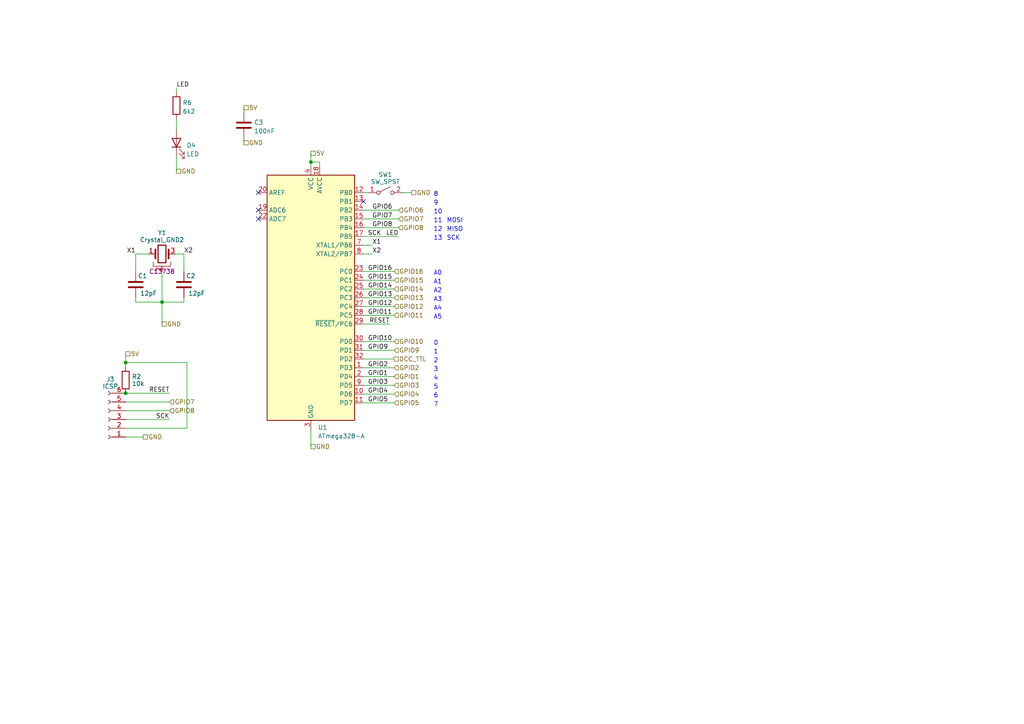
<source format=kicad_sch>
(kicad_sch (version 20230121) (generator eeschema)
  (paper "A4")
  (lib_symbols
    (symbol "Connector:Conn_01x06_Socket" (pin_names (offset 1.016) hide)
      (property "Reference" "J" (at 0 7.62 0))
      (property "Value" "Conn_01x06_Socket" (at 0 -10.16 0))
      (symbol "Conn_01x06_Socket_1_1"
        (arc (start 0 -7.112) (mid -0.5058 -7.62) (end 0 -8.128) (stroke (width 0.1524)))
        (arc (start 0 -4.572) (mid -0.5058 -5.08) (end 0 -5.588) (stroke (width 0.1524)))
        (arc (start 0 -2.032) (mid -0.5058 -2.54) (end 0 -3.048) (stroke (width 0.1524)))
        (polyline (pts (xy -1.27 -7.62) (xy -0.508 -7.62)) (stroke (width 0.1524)))
        (polyline (pts (xy -1.27 -5.08) (xy -0.508 -5.08)) (stroke (width 0.1524)))
        (polyline (pts (xy -1.27 -2.54) (xy -0.508 -2.54)) (stroke (width 0.1524)))
        (polyline (pts (xy -1.27 0) (xy -0.508 0)) (stroke (width 0.1524)))
        (polyline (pts (xy -1.27 2.54) (xy -0.508 2.54)) (stroke (width 0.1524)))
        (polyline (pts (xy -1.27 5.08) (xy -0.508 5.08)) (stroke (width 0.1524)))
        (arc (start 0 0.508) (mid -0.5058 0) (end 0 -0.508) (stroke (width 0.1524)))
        (arc (start 0 3.048) (mid -0.5058 2.54) (end 0 2.032) (stroke (width 0.1524)))
        (arc (start 0 5.588) (mid -0.5058 5.08) (end 0 4.572) (stroke (width 0.1524)))
        (pin passive line (at -5.08 5.08 0) (length 3.81) (name "Pin_1") (number "1"))
        (pin passive line (at -5.08 2.54 0) (length 3.81) (name "Pin_2") (number "2"))
        (pin passive line (at -5.08 0 0) (length 3.81) (name "Pin_3") (number "3"))
        (pin passive line (at -5.08 -2.54 0) (length 3.81) (name "Pin_4") (number "4"))
        (pin passive line (at -5.08 -5.08 0) (length 3.81) (name "Pin_5") (number "5"))
        (pin passive line (at -5.08 -7.62 0) (length 3.81) (name "Pin_6") (number "6"))
      )
    )
    (symbol "Device:C" (pin_numbers hide) (pin_names (offset 0.254))
      (property "Reference" "C" (at 0.635 2.54 0))
      (property "Value" "C" (at 0.635 -2.54 0))
      (symbol "C_0_1"
        (polyline (pts (xy -2.032 -0.762) (xy 2.032 -0.762)) (stroke (width 0.508)))
        (polyline (pts (xy -2.032 0.762) (xy 2.032 0.762)) (stroke (width 0.508)))
      )
      (symbol "C_1_1"
        (pin passive line (at 0 3.81 270) (length 2.794) (name "~") (number "1"))
        (pin passive line (at 0 -3.81 90) (length 2.794) (name "~") (number "2"))
      )
    )
    (symbol "Device:LED" (pin_numbers hide) (pin_names (offset 1.016) hide)
      (property "Reference" "D" (at 0 2.54 0))
      (property "Value" "LED" (at 0 -2.54 0))
      (symbol "LED_0_1"
        (polyline (pts (xy -1.27 -1.27) (xy -1.27 1.27)) (stroke (width 0.254)))
        (polyline (pts (xy -1.27 0) (xy 1.27 0)))
        (polyline (pts (xy 1.27 -1.27) (xy 1.27 1.27) (xy -1.27 0) (xy 1.27 -1.27)) (stroke (width 0.254)))
        (polyline (pts (xy -3.048 -0.762) (xy -4.572 -2.286) (xy -3.81 -2.286) (xy -4.572 -2.286) (xy -4.572 -1.524)))
        (polyline (pts (xy -1.778 -0.762) (xy -3.302 -2.286) (xy -2.54 -2.286) (xy -3.302 -2.286) (xy -3.302 -1.524)))
      )
      (symbol "LED_1_1"
        (pin passive line (at -3.81 0 0) (length 2.54) (name "K") (number "1"))
        (pin passive line (at 3.81 0 180) (length 2.54) (name "A") (number "2"))
      )
    )
    (symbol "Device:R" (pin_numbers hide) (pin_names (offset 0))
      (property "Reference" "R" (at 2.032 0 90))
      (property "Value" "R" (at 0 0 90))
      (symbol "R_0_1"
        (rectangle (start -1.016 -2.54) (end 1.016 2.54) (stroke (width 0.254)))
      )
      (symbol "R_1_1"
        (pin passive line (at 0 3.81 270) (length 1.27) (name "~") (number "1"))
        (pin passive line (at 0 -3.81 90) (length 1.27) (name "~") (number "2"))
      )
    )
    (symbol "MCU_Microchip_ATmega:ATmega328-A"
      (property "Reference" "U" (at -12.7 36.83 0))
      (property "Value" "ATmega328-A" (at 2.54 -36.83 0))
      (symbol "ATmega328-A_0_1"
        (rectangle (start -12.7 -35.56) (end 12.7 35.56) (stroke (width 0.254)) (fill (type background)))
      )
      (symbol "ATmega328-A_1_1"
        (pin bidirectional line (at 15.24 -20.32 180) (length 2.54) (name "PD3") (number "1"))
        (pin bidirectional line (at 15.24 -27.94 180) (length 2.54) (name "PD6") (number "10"))
        (pin bidirectional line (at 15.24 -30.48 180) (length 2.54) (name "PD7") (number "11"))
        (pin bidirectional line (at 15.24 30.48 180) (length 2.54) (name "PB0") (number "12"))
        (pin bidirectional line (at 15.24 27.94 180) (length 2.54) (name "PB1") (number "13"))
        (pin bidirectional line (at 15.24 25.4 180) (length 2.54) (name "PB2") (number "14"))
        (pin bidirectional line (at 15.24 22.86 180) (length 2.54) (name "PB3") (number "15"))
        (pin bidirectional line (at 15.24 20.32 180) (length 2.54) (name "PB4") (number "16"))
        (pin bidirectional line (at 15.24 17.78 180) (length 2.54) (name "PB5") (number "17"))
        (pin power_in line (at 2.54 38.1 270) (length 2.54) (name "AVCC") (number "18"))
        (pin input line (at -15.24 25.4 0) (length 2.54) (name "ADC6") (number "19"))
        (pin bidirectional line (at 15.24 -22.86 180) (length 2.54) (name "PD4") (number "2"))
        (pin passive line (at -15.24 30.48 0) (length 2.54) (name "AREF") (number "20"))
        (pin passive line (at 0 -38.1 90) (length 2.54) hide (name "GND") (number "21"))
        (pin input line (at -15.24 22.86 0) (length 2.54) (name "ADC7") (number "22"))
        (pin bidirectional line (at 15.24 7.62 180) (length 2.54) (name "PC0") (number "23"))
        (pin bidirectional line (at 15.24 5.08 180) (length 2.54) (name "PC1") (number "24"))
        (pin bidirectional line (at 15.24 2.54 180) (length 2.54) (name "PC2") (number "25"))
        (pin bidirectional line (at 15.24 0 180) (length 2.54) (name "PC3") (number "26"))
        (pin bidirectional line (at 15.24 -2.54 180) (length 2.54) (name "PC4") (number "27"))
        (pin bidirectional line (at 15.24 -5.08 180) (length 2.54) (name "PC5") (number "28"))
        (pin bidirectional line (at 15.24 -7.62 180) (length 2.54) (name "~{RESET}/PC6") (number "29"))
        (pin power_in line (at 0 -38.1 90) (length 2.54) (name "GND") (number "3"))
        (pin bidirectional line (at 15.24 -12.7 180) (length 2.54) (name "PD0") (number "30"))
        (pin bidirectional line (at 15.24 -15.24 180) (length 2.54) (name "PD1") (number "31"))
        (pin bidirectional line (at 15.24 -17.78 180) (length 2.54) (name "PD2") (number "32"))
        (pin power_in line (at 0 38.1 270) (length 2.54) (name "VCC") (number "4"))
        (pin passive line (at 0 -38.1 90) (length 2.54) hide (name "GND") (number "5"))
        (pin passive line (at 0 38.1 270) (length 2.54) hide (name "VCC") (number "6"))
        (pin bidirectional line (at 15.24 15.24 180) (length 2.54) (name "XTAL1/PB6") (number "7"))
        (pin bidirectional line (at 15.24 12.7 180) (length 2.54) (name "XTAL2/PB7") (number "8"))
        (pin bidirectional line (at 15.24 -25.4 180) (length 2.54) (name "PD5") (number "9"))
      )
    )
    (symbol "Switch:SW_SPST" (pin_names (offset 0) hide)
      (property "Reference" "SW" (at 0 3.175 0))
      (property "Value" "SW_SPST" (at 0 -2.54 0))
      (symbol "SW_SPST_0_0"
        (circle (center -2.032 0) (radius 0.508))
        (polyline (pts (xy -1.524 0.254) (xy 1.524 1.778)))
        (circle (center 2.032 0) (radius 0.508))
      )
      (symbol "SW_SPST_1_1"
        (pin passive line (at -5.08 0 0) (length 2.54) (name "A") (number "1"))
        (pin passive line (at 5.08 0 180) (length 2.54) (name "B") (number "2"))
      )
    )
    (symbol "custom_kicad_lib_sk:crystal_arduino" (pin_names (offset 1.016) hide)
      (property "Reference" "Y" (at 0 5.715 0))
      (property "Value" "Crystal_GND2" (at 0 3.81 0))
      (symbol "crystal_arduino_0_1"
        (rectangle (start -1.143 2.54) (end 1.143 -2.54) (stroke (width 0.3048)))
        (polyline (pts (xy -2.54 0) (xy -1.905 0)))
        (polyline (pts (xy -1.905 -1.27) (xy -1.905 1.27)) (stroke (width 0.508)))
        (polyline (pts (xy 0 -3.81) (xy 0 -3.556)))
        (polyline (pts (xy 1.905 0) (xy 2.54 0)))
        (polyline (pts (xy 1.905 1.27) (xy 1.905 -1.27)) (stroke (width 0.508)))
        (polyline (pts (xy -2.54 -2.286) (xy -2.54 -3.556) (xy 2.54 -3.556) (xy 2.54 -2.286)))
      )
      (symbol "crystal_arduino_1_1"
        (pin passive line (at -3.81 0 0) (length 1.27) (name "1") (number "1"))
        (pin passive line (at 0 -5.08 90) (length 1.27) (name "GND") (number "2"))
        (pin passive line (at 3.81 0 180) (length 1.27) (name "3") (number "3"))
        (pin passive line (at 0 -5.08 90) (length 1.27) hide (name "GND") (number "4"))
      )
    )
  )
  (junction (at 36.449 105.156))
  (junction (at 90.17 46.99))
  (junction (at 46.99 87.63))
  (junction (at 36.449 114.046))
  (no_connect (at 74.93 55.88))
  (no_connect (at 74.93 60.96))
  (no_connect (at 105.41 58.42))
  (no_connect (at 74.93 63.5))
  (wire (pts (xy 39.37 73.66) (xy 39.37 78.74)))
  (wire (pts (xy 105.41 55.88) (xy 106.68 55.88)))
  (wire (pts (xy 51.181 45.212) (xy 51.181 49.657)))
  (wire (pts (xy 90.17 124.46) (xy 90.17 129.54)))
  (wire (pts (xy 46.99 78.74) (xy 46.99 87.63)))
  (wire (pts (xy 36.449 119.126) (xy 49.149 119.126)))
  (wire (pts (xy 39.37 73.66) (xy 43.18 73.66)))
  (wire (pts (xy 114.3 86.36) (xy 105.41 86.36)))
  (wire (pts (xy 105.41 91.44) (xy 114.3 91.44)))
  (wire (pts (xy 53.34 86.36) (xy 53.34 87.63)))
  (wire (pts (xy 105.41 116.84) (xy 114.3 116.84)))
  (wire (pts (xy 53.34 73.66) (xy 53.34 78.74)))
  (wire (pts (xy 70.739 31.242) (xy 70.739 32.512)))
  (wire (pts (xy 105.41 83.82) (xy 114.3 83.82)))
  (wire (pts (xy 105.41 99.06) (xy 114.3 99.06)))
  (wire (pts (xy 53.34 87.63) (xy 46.99 87.63)))
  (wire (pts (xy 114.3 88.9) (xy 105.41 88.9)))
  (wire (pts (xy 36.449 126.746) (xy 41.529 126.746)))
  (wire (pts (xy 105.41 93.98) (xy 113.03 93.98)))
  (wire (pts (xy 39.37 86.36) (xy 39.37 87.63)))
  (wire (pts (xy 36.449 102.616) (xy 36.449 105.156)))
  (wire (pts (xy 46.99 87.63) (xy 46.99 93.98)))
  (wire (pts (xy 92.71 46.99) (xy 90.17 46.99)))
  (wire (pts (xy 115.57 60.96) (xy 105.41 60.96)))
  (wire (pts (xy 36.449 121.666) (xy 49.149 121.666)))
  (wire (pts (xy 105.41 81.28) (xy 114.3 81.28)))
  (wire (pts (xy 51.181 34.417) (xy 51.181 37.592)))
  (wire (pts (xy 119.38 55.88) (xy 116.84 55.88)))
  (wire (pts (xy 46.99 87.63) (xy 39.37 87.63)))
  (wire (pts (xy 105.41 73.66) (xy 107.95 73.66)))
  (wire (pts (xy 105.41 71.12) (xy 107.95 71.12)))
  (wire (pts (xy 90.17 44.45) (xy 90.17 46.99)))
  (wire (pts (xy 115.57 63.5) (xy 105.41 63.5)))
  (wire (pts (xy 36.449 105.156) (xy 54.229 105.156)))
  (wire (pts (xy 90.17 46.99) (xy 90.17 48.26)))
  (wire (pts (xy 92.71 48.26) (xy 92.71 46.99)))
  (wire (pts (xy 105.41 101.6) (xy 114.3 101.6)))
  (wire (pts (xy 115.57 68.58) (xy 105.41 68.58)))
  (wire (pts (xy 105.41 114.3) (xy 114.3 114.3)))
  (wire (pts (xy 36.449 105.156) (xy 36.449 106.426)))
  (wire (pts (xy 105.41 109.22) (xy 114.3 109.22)))
  (wire (pts (xy 54.229 105.156) (xy 54.229 124.206)))
  (wire (pts (xy 114.3 104.14) (xy 105.41 104.14)))
  (wire (pts (xy 36.449 114.046) (xy 49.149 114.046)))
  (wire (pts (xy 36.449 116.586) (xy 49.149 116.586)))
  (wire (pts (xy 70.739 40.132) (xy 70.739 41.402)))
  (wire (pts (xy 115.57 66.04) (xy 105.41 66.04)))
  (wire (pts (xy 51.181 25.527) (xy 51.181 26.797)))
  (wire (pts (xy 105.41 106.68) (xy 114.3 106.68)))
  (wire (pts (xy 50.8 73.66) (xy 53.34 73.66)))
  (wire (pts (xy 105.41 78.74) (xy 114.3 78.74)))
  (wire (pts (xy 36.449 124.206) (xy 54.229 124.206)))
  (wire (pts (xy 105.41 111.76) (xy 114.3 111.76)))
  (text "A4" (at 125.73 90.17 0) (effects (font (size 1.27 1.27)) (justify left bottom)))
  (text "A2" (at 125.73 85.09 0) (effects (font (size 1.27 1.27)) (justify left bottom)))
  (text "0" (at 125.73 100.33 0) (effects (font (size 1.27 1.27)) (justify left bottom)))
  (text "5" (at 125.73 113.03 0) (effects (font (size 1.27 1.27)) (justify left bottom)))
  (text "1" (at 125.73 102.87 0) (effects (font (size 1.27 1.27)) (justify left bottom)))
  (text "MOSI" (at 129.54 64.77 0) (effects (font (size 1.27 1.27)) (justify left bottom)))
  (text "4" (at 125.73 110.49 0) (effects (font (size 1.27 1.27)) (justify left bottom)))
  (text "6" (at 125.73 115.57 0) (effects (font (size 1.27 1.27)) (justify left bottom)))
  (text "A5" (at 125.73 92.71 0) (effects (font (size 1.27 1.27)) (justify left bottom)))
  (text "8" (at 125.73 57.15 0) (effects (font (size 1.27 1.27)) (justify left bottom)))
  (text "SCK" (at 129.54 69.85 0) (effects (font (size 1.27 1.27)) (justify left bottom)))
  (text "MISO" (at 129.54 67.31 0) (effects (font (size 1.27 1.27)) (justify left bottom)))
  (text "A3" (at 125.73 87.63 0) (effects (font (size 1.27 1.27)) (justify left bottom)))
  (text "13" (at 125.73 69.85 0) (effects (font (size 1.27 1.27)) (justify left bottom)))
  (text "2" (at 125.73 105.41 0) (effects (font (size 1.27 1.27)) (justify left bottom)))
  (text "9" (at 125.73 59.69 0) (effects (font (size 1.27 1.27)) (justify left bottom)))
  (text "10" (at 125.73 62.23 0) (effects (font (size 1.27 1.27)) (justify left bottom)))
  (text "A0" (at 125.73 80.01 0) (effects (font (size 1.27 1.27)) (justify left bottom)))
  (text "A1" (at 125.73 82.55 0) (effects (font (size 1.27 1.27)) (justify left bottom)))
  (text "12" (at 125.73 67.31 0) (effects (font (size 1.27 1.27)) (justify left bottom)))
  (text "11" (at 125.73 64.77 0) (effects (font (size 1.27 1.27)) (justify left bottom)))
  (text "3" (at 125.73 107.95 0) (effects (font (size 1.27 1.27)) (justify left bottom)))
  (text "7" (at 125.73 118.11 0) (effects (font (size 1.27 1.27)) (justify left bottom)))
  (label "X2" (at 107.95 73.66 0))
  (label "GPIO13" (at 106.68 86.36 0))
  (label "GPIO8" (at 107.95 66.04 0))
  (label "GPIO1" (at 106.68 109.22 0))
  (label "GPIO16" (at 106.68 78.74 0))
  (label "GPIO14" (at 106.68 83.82 0))
  (label "X2" (at 53.34 73.66 0))
  (label "RESET" (at 49.149 114.046 180))
  (label "LED" (at 51.181 25.527 0))
  (label "GPIO2" (at 106.68 106.68 0))
  (label "GPIO15" (at 106.68 81.28 0))
  (label "SCK" (at 106.68 68.58 0))
  (label "X1" (at 107.95 71.12 0))
  (label "GPIO10" (at 106.68 99.06 0))
  (label "X1" (at 39.37 73.66 180))
  (label "LED" (at 115.57 68.58 180))
  (label "RESET" (at 113.03 93.98 180))
  (label "SCK" (at 49.149 121.666 180))
  (label "GPIO3" (at 106.68 111.76 0))
  (label "GPIO5" (at 106.68 116.84 0))
  (label "GPIO9" (at 106.68 101.6 0))
  (label "GPIO11" (at 106.68 91.44 0))
  (label "GPIO7" (at 107.95 63.5 0))
  (label "GPIO6" (at 107.95 60.96 0))
  (label "GPIO4" (at 106.68 114.3 0))
  (label "GPIO12" (at 106.68 88.9 0))
  (hierarchical_label "GPIO8" (shape input) (at 115.57 66.04 0))
  (hierarchical_label "GPIO11" (shape input) (at 114.3 91.44 0))
  (hierarchical_label "GPIO13" (shape input) (at 114.3 86.36 0))
  (hierarchical_label "GND" (shape passive) (at 46.99 93.98 0))
  (hierarchical_label "GPIO14" (shape input) (at 114.3 83.82 0))
  (hierarchical_label "GPIO3" (shape input) (at 114.3 111.76 0))
  (hierarchical_label "GPIO4" (shape input) (at 114.3 114.3 0))
  (hierarchical_label "GND" (shape passive) (at 119.38 55.88 0))
  (hierarchical_label "GPIO6" (shape input) (at 115.57 60.96 0))
  (hierarchical_label "GPIO10" (shape input) (at 114.3 99.06 0))
  (hierarchical_label "5V" (shape passive) (at 36.449 102.616 0))
  (hierarchical_label "5V" (shape passive) (at 70.739 31.242 0))
  (hierarchical_label "GPIO5" (shape input) (at 114.3 116.84 0))
  (hierarchical_label "GPIO1" (shape input) (at 114.3 109.22 0))
  (hierarchical_label "GPIO2" (shape input) (at 114.3 106.68 0))
  (hierarchical_label "DCC_TTL" (shape passive) (at 114.3 104.14 0))
  (hierarchical_label "GND" (shape passive) (at 41.529 126.746 0))
  (hierarchical_label "GND" (shape passive) (at 51.181 49.657 0))
  (hierarchical_label "GPIO9" (shape input) (at 114.3 101.6 0))
  (hierarchical_label "GPIO12" (shape input) (at 114.3 88.9 0))
  (hierarchical_label "GPIO7" (shape input) (at 49.149 116.586 0))
  (hierarchical_label "GPIO7" (shape input) (at 115.57 63.5 0))
  (hierarchical_label "GND" (shape passive) (at 90.17 129.54 0))
  (hierarchical_label "5V" (shape passive) (at 90.17 44.45 0))
  (hierarchical_label "GPIO15" (shape input) (at 114.3 81.28 0))
  (hierarchical_label "GPIO16" (shape input) (at 114.3 78.74 0))
  (hierarchical_label "GND" (shape passive) (at 70.739 41.402 0))
  (hierarchical_label "GPIO8" (shape input) (at 49.149 119.126 0))
  (symbol (lib_id "Device:C") (at 53.34 82.55 180) (unit 1)
    (property "Reference" "C2" (at 53.975 80.01 0) (effects (justify right)))
    (property "Value" "12pF" (at 54.61 85.09 0) (effects (justify right)))
    (property "Footprint" "Capacitor_SMD:C_0402_1005Metric_Pad0.74x0.62mm_HandSolder" (effects hide))
    (property "JLCPCB Part#" "C1547" (effects hide))
  )
  (symbol (lib_id "Device:R") (at 36.449 110.236 0) (unit 1)
    (property "Reference" "R2" (at 38.227 109.212 0) (effects (justify left)))
    (property "Value" "10k" (at 38.227 111.26 0) (effects (justify left)))
    (property "Footprint" "Resistor_SMD:R_0402_1005Metric_Pad0.72x0.64mm_HandSolder" (effects hide))
    (property "JLCPCB Part#" "C25744" (effects hide))
  )
  (symbol (lib_id "Device:LED") (at 51.181 41.402 90) (unit 1)
    (property "Reference" "D4" (at 54.102 42.1548 90) (effects (justify right)))
    (property "Value" "LED" (at 54.102 44.6917 90) (effects (justify right)))
    (property "Footprint" "LED_SMD:LED_0805_2012Metric_Pad1.15x1.40mm_HandSolder" (effects hide))
    (property "JLCPCB Part#" "C84256" (effects hide))
  )
  (symbol (lib_id "MCU_Microchip_ATmega:ATmega328-A") (at 90.17 86.36 0) (unit 1)
    (property "Reference" "U1" (at 92.1894 123.9504 0) (effects (justify left)))
    (property "Value" "ATmega328-A" (at 92.1894 126.4873 0) (effects (justify left)))
    (property "Footprint" "Package_QFP:TQFP-32_7x7mm_P0.8mm" (effects hide))
    (property "Datasheet" "http://ww1.microchip.com/downloads/en/DeviceDoc/ATmega328_P%20AVR%20MCU%20with%20picoPower%20Technology%20Data%20Sheet%2040001984A.pdf" (effects hide))
    (property "JLCPCB Part#" "C14877" (effects hide))
  )
  (symbol (lib_id "Switch:SW_SPST") (at 111.76 55.88 0) (unit 1)
    (property "Reference" "SW1" (at 111.76 50.649 0))
    (property "Value" "SW_SPST" (at 111.76 52.697 0))
    (property "Footprint" "Button_Switch_SMD:SW_SPST_SKQG_WithStem" (effects hide))
    (property "JLCPCB Part#" "C318884" (effects hide))
  )
  (symbol (lib_id "Device:R") (at 51.181 30.607 0) (unit 1)
    (property "Reference" "R6" (at 52.959 29.7723 0) (effects (justify left)))
    (property "Value" "6k2" (at 52.959 32.3092 0) (effects (justify left)))
    (property "Footprint" "Resistor_SMD:R_0603_1608Metric_Pad0.98x0.95mm_HandSolder" (effects hide))
    (property "JLCPCB Part#" "C4260" (effects hide))
  )
  (symbol (lib_id "Device:C") (at 39.37 82.55 180) (unit 1)
    (property "Reference" "C1" (at 40.005 80.01 0) (effects (justify right)))
    (property "Value" "12pF" (at 40.64 85.09 0) (effects (justify right)))
    (property "Footprint" "Capacitor_SMD:C_0402_1005Metric_Pad0.74x0.62mm_HandSolder" (effects hide))
    (property "JLCPCB Part#" "C1547" (effects hide))
  )
  (symbol (lib_id "Connector:Conn_01x06_Socket") (at 31.369 121.666 180) (unit 1)
    (property "Reference" "J3" (at 32.004 110.0088 0))
    (property "Value" "ICSP" (at 32.004 112.0568 0))
    (property "Footprint" "Connector_PinHeader_2.54mm:PinHeader_1x06_P2.54mm_Vertical" (effects hide))
  )
  (symbol (lib_id "custom_kicad_lib_sk:crystal_arduino") (at 46.99 73.66 0) (unit 1)
    (property "Reference" "Y1" (at 46.99 67.5146 0))
    (property "Value" "Crystal_GND2" (at 46.99 69.5626 0))
    (property "Footprint" "custom_kicad_lib_sk:crystal_arduino" (effects hide))
    (property "JLCPCB Part#" "C13738" (at 46.99 78.74 0))
  )
  (symbol (lib_id "Device:C") (at 70.739 36.322 180) (unit 1)
    (property "Reference" "C3" (at 73.66 35.4873 0) (effects (justify right)))
    (property "Value" "100nF" (at 73.66 38.0242 0) (effects (justify right)))
    (property "Footprint" "Capacitor_SMD:C_0603_1608Metric_Pad1.08x0.95mm_HandSolder" (effects hide))
    (property "JLCPCB Part#" "C14663" (effects hide))
  )
)
</source>
